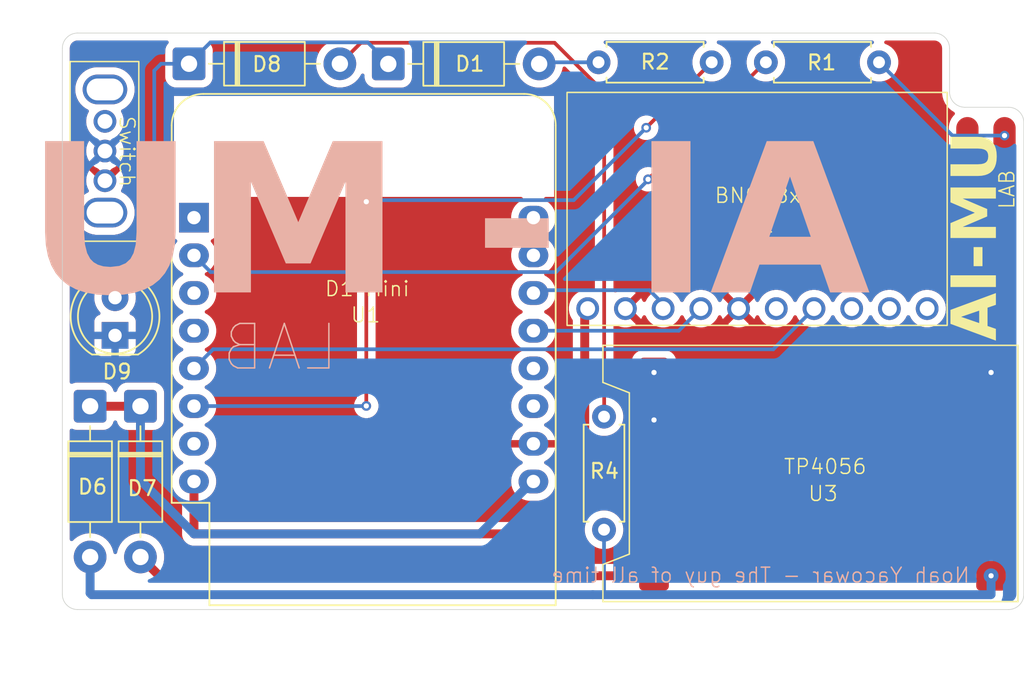
<source format=kicad_pcb>
(kicad_pcb (version 20241229) (generator "pcbnew") (generator_version "9.0")
  (layers (0 "F.Cu" signal) (2 "B.Cu" signal) (13 "F.Paste" user) (15 "B.Paste" user) (5 "F.SilkS" user "F.Silkscreen") (7 "B.SilkS" user "B.Silkscreen") (1 "F.Mask" user) (3 "B.Mask" user) (25 "Edge.Cuts" user))
  (net 0 "")
  (net 1 "Net-(U1-MOSI{slash}D7)")
  (net 2 "GND")
  (net 4 "/INT")
  (net 6 "/SCL")
  (net 9 "Net-(U1-A0)")
  (net 10 "Net-(D1-A)")
  (net 13 "/SDA")
  (net 16 "/IN+")
  (net 17 "+5V")
  (net 18 "/OUT+")
  (net 19 "/GP_LED")
  (net 20 "/B+")
  (net 21 "/SW_GND")
  (net 22 "+3.3V")
  (net 27 "/PWR_LED")
  (footprint "Diode_THT:D_DO-41_SOD81_P10.16mm_Horizontal" (layer "F.Cu") (at 128.3 109.28 -90)
    (property "Reference" "D7" (at 5.53 -0.11 180) (layer "F.SilkS"))
    (property "Value" "1N5817")
    (fp_line (start 1.34 0) (end 2.36 0) (stroke (width 0.12)) (layer "F.SilkS"))
    (fp_line (start 8.82 0) (end 7.8 0) (stroke (width 0.12)) (layer "F.SilkS"))
    (fp_line (start 3.14 -1.47) (end 3.14 1.47) (stroke (width 0.12)) (layer "F.SilkS"))
    (fp_line (start 3.26 -1.47) (end 3.26 1.47) (stroke (width 0.12)) (layer "F.SilkS"))
    (fp_line (start 3.38 -1.47) (end 3.38 1.47) (stroke (width 0.12)) (layer "F.SilkS"))
    (fp_rect (start 2.36 -1.47) (end 7.8 1.47) (stroke (width 0.12)) (fill no) (layer "F.SilkS"))
    (pad "1" thru_hole roundrect (at 0 0 270) (size 2.2 2.2) (drill 1.1) (layers "*.Cu" "*.Mask") (roundrect_rratio 0.113636) (net 17 "+5V"))
    (pad "2" thru_hole circle (at 10.16 0 270) (size 2.2 2.2) (drill 1.1) (layers "*.Cu" "*.Mask") (net 18 "/OUT+"))
  )
  (footprint "Resistor_THT:R_Axial_DIN0207_L6.3mm_D2.5mm_P7.62mm_Horizontal" (layer "F.Cu") (at 166.77 86.1 180)
    (property "Reference" "R2" (at 3.81 0.03 0) (layer "F.SilkS"))
    (property "Value" "200R")
    (fp_line (start 7.08 1.37) (end 7.08 1.04) (stroke (width 0.12)) (layer "F.SilkS"))
    (fp_line (start 7.08 -1.37) (end 7.08 -1.04) (stroke (width 0.12)) (layer "F.SilkS"))
    (fp_line (start 0.54 1.37) (end 7.08 1.37) (stroke (width 0.12)) (layer "F.SilkS"))
    (fp_line (start 0.54 1.04) (end 0.54 1.37) (stroke (width 0.12)) (layer "F.SilkS"))
    (fp_line (start 0.54 -1.04) (end 0.54 -1.37) (stroke (width 0.12)) (layer "F.SilkS"))
    (fp_line (start 0.54 -1.37) (end 7.08 -1.37) (stroke (width 0.12)) (layer "F.SilkS"))
    (pad "1" thru_hole circle (at 0 0 180) (size 1.6 1.6) (drill 0.8) (layers "*.Cu" "*.Mask") (net 1 "Net-(U1-MOSI{slash}D7)"))
    (pad "2" thru_hole circle (at 7.62 0 180) (size 1.6 1.6) (drill 0.8) (layers "*.Cu" "*.Mask") (net 10 "Net-(D1-A)"))
  )
  (footprint "Custom_Footprint_Library:TP4056_Board" (layer "F.Cu") (at 167.065 128.825)
    (property "Reference" "U3" (at 7.205 -13.655 0) (layer "F.SilkS") (effects (font (thickness 0.1))))
    (property "Value" "~" (hide yes))
    (fp_line (start -7.62 -23.65) (end -7.62 -21.15) (stroke (width 0.1)) (layer "F.SilkS"))
    (fp_line (start -7.62 -23.65) (end 20.33 -23.65) (stroke (width 0.1)) (layer "F.SilkS"))
    (fp_line (start -7.62 -21.15) (end -5.84 -20.45) (stroke (width 0.1)) (layer "F.SilkS"))
    (fp_line (start -7.62 -8.88) (end -7.62 -6.38) (stroke (width 0.1)) (layer "F.SilkS"))
    (fp_line (start -7.62 -6.38) (end 20.33 -6.38) (stroke (width 0.1)) (layer "F.SilkS"))
    (fp_line (start -5.84 -20.45) (end -5.84 -9.58) (stroke (width 0.1)) (layer "F.SilkS"))
    (fp_line (start -5.84 -9.58) (end -7.62 -8.88) (stroke (width 0.1)) (layer "F.SilkS"))
    (fp_line (start 20.33 -23.65) (end 20.33 -6.38) (stroke (width 0.1)) (layer "F.SilkS"))
    (fp_text user "TP4056" (at 4.5 -14.89 0) (layer "F.SilkS") (effects (font (thickness 0.1)) (justify left bottom)))
    (pad "1" smd roundrect (at -4.18 -8.12) (size 2 2) (layers "F.Cu" "F.Mask" "F.Paste") (roundrect_rratio 0.15) (net 18 "/OUT+"))
    (pad "2" smd roundrect (at -4.18 -11.32) (size 2 2) (layers "F.Cu" "F.Mask" "F.Paste") (roundrect_rratio 0.15) (net 20 "/B+"))
    (pad "3" smd roundrect (at -4.18 -18.62) (size 2 2) (layers "F.Cu" "F.Mask" "F.Paste") (roundrect_rratio 0.15) (net 2 "GND"))
    (pad "4" smd roundrect (at -4.18 -21.82) (size 2 2) (layers "F.Cu" "F.Mask" "F.Paste") (roundrect_rratio 0.15) (net 2 "GND"))
    (pad "5" smd roundrect (at 18.52 -8.12) (size 2 2) (layers "F.Cu" "F.Mask" "F.Paste") (roundrect_rratio 0.15) (net 16 "/IN+"))
    (pad "6" smd roundrect (at 18.52 -21.82) (size 2 2) (layers "F.Cu" "F.Mask" "F.Paste") (roundrect_rratio 0.15) (net 2 "GND"))
  )
  (footprint "RF_Module:WEMOS_D1_mini_light" (layer "F.Cu") (at 131.905 96.57)
    (property "Reference" "U1" (hide yes))
    (property "Value" "WEMOS_D1_mini" (hide yes))
    (fp_line (start -1.5 19.22) (end -1.5 -6.21) (stroke (width 0.12)) (layer "F.SilkS"))
    (fp_line (start -1.5 19.22) (end 1.04 19.22) (stroke (width 0.12)) (layer "F.SilkS"))
    (fp_line (start 1.04 19.22) (end 1.04 26.12) (stroke (width 0.12)) (layer "F.SilkS"))
    (fp_line (start 1.04 26.12) (end 24.36 26.12) (stroke (width 0.12)) (layer "F.SilkS"))
    (fp_line (start 22.24 -8.34) (end 0.63 -8.34) (stroke (width 0.12)) (layer "F.SilkS"))
    (fp_line (start 24.36 26.12) (end 24.36 -6.21) (stroke (width 0.12)) (layer "F.SilkS"))
    (fp_arc (start -1.5 -6.21) (mid -0.876137 -7.716137) (end 0.63 -8.34) (stroke (width 0.12)) (layer "F.SilkS"))
    (fp_arc (start 22.23 -8.34) (mid 23.736137 -7.716137) (end 24.36 -6.21) (stroke (width 0.12)) (layer "F.SilkS"))
    (fp_poly (pts (xy -2.54 -0.635) (xy -2.54 0.635) (xy -1.905 0)) (stroke (width 0.15)) (fill yes) (layer "F.SilkS"))
    (pad "1" thru_hole rect (at 0 0) (size 2 2) (drill 0.9) (layers "*.Cu" "*.Mask"))
    (pad "2" thru_hole oval (at 0 2.54) (size 2 1.6) (drill 0.9) (layers "*.Cu" "*.Mask") (net 9 "Net-(U1-A0)"))
    (pad "3" thru_hole oval (at 0 5.08) (size 2 1.6) (drill 0.9) (layers "*.Cu" "*.Mask"))
    (pad "4" thru_hole oval (at 0 7.62) (size 2 1.6) (drill 0.9) (layers "*.Cu" "*.Mask"))
    (pad "5" thru_hole oval (at 0 10.16) (size 2 1.6) (drill 0.9) (layers "*.Cu" "*.Mask") (net 4 "/INT"))
    (pad "6" thru_hole oval (at 0 12.7) (size 2 1.6) (drill 0.9) (layers "*.Cu" "*.Mask") (net 1 "Net-(U1-MOSI{slash}D7)"))
    (pad "7" thru_hole oval (at 0 15.24) (size 2 1.6) (drill 0.9) (layers "*.Cu" "*.Mask"))
    (pad "8" thru_hole oval (at 0 17.78) (size 2 1.6) (drill 0.9) (layers "*.Cu" "*.Mask") (net 22 "+3.3V"))
    (pad "9" thru_hole oval (at 22.86 17.78) (size 2 1.6) (drill 0.9) (layers "*.Cu" "*.Mask") (net 17 "+5V"))
    (pad "10" thru_hole oval (at 22.86 15.24) (size 2 1.6) (drill 0.9) (layers "*.Cu" "*.Mask") (net 21 "/SW_GND"))
    (pad "11" thru_hole oval (at 22.86 12.7) (size 2 1.6) (drill 0.9) (layers "*.Cu" "*.Mask"))
    (pad "12" thru_hole oval (at 22.86 10.16) (size 2 1.6) (drill 0.9) (layers "*.Cu" "*.Mask"))
    (pad "13" thru_hole oval (at 22.86 7.62) (size 2 1.6) (drill 0.9) (layers "*.Cu" "*.Mask") (net 13 "/SDA"))
    (pad "14" thru_hole oval (at 22.86 5.08) (size 2 1.6) (drill 0.9) (layers "*.Cu" "*.Mask") (net 6 "/SCL"))
    (pad "15" thru_hole oval (at 22.86 2.54) (size 2 1.6) (drill 0.9) (layers "*.Cu" "*.Mask"))
    (pad "16" thru_hole oval (at 22.86 0) (size 2 1.6) (drill 0.9) (layers "*.Cu" "*.Mask"))
    (zone (net 0) (net_name "") (layers "F.Cu" "B.Cu" "Dwgs.User") (name "No Copper") (connect_pads (clearance 0)) (min_thickness 0.25)
      (keepout (tracks not_allowed) (vias not_allowed) (pads not_allowed) (copperpour not_allowed) (footprints not_allowed))
      (fill (thermal_gap 0.5) (thermal_bridge_width 0.5))
      (polygon (pts (xy 130.555 88.37) (xy 156.155 88.37) (xy 156.155 95.17) (xy 130.555 95.17)))
    )
  )
  (footprint "Diode_THT:D_DO-41_SOD81_P10.16mm_Horizontal" (layer "F.Cu") (at 131.57 86.2)
    (property "Reference" "D8" (at 5.24 0.03 0) (layer "F.SilkS"))
    (property "Value" "1N5817")
    (fp_line (start 1.34 0) (end 2.36 0) (stroke (width 0.12)) (layer "F.SilkS"))
    (fp_line (start 3.14 -1.47) (end 3.14 1.47) (stroke (width 0.12)) (layer "F.SilkS"))
    (fp_line (start 3.26 -1.47) (end 3.26 1.47) (stroke (width 0.12)) (layer "F.SilkS"))
    (fp_line (start 3.38 -1.47) (end 3.38 1.47) (stroke (width 0.12)) (layer "F.SilkS"))
    (fp_line (start 8.82 0) (end 7.8 0) (stroke (width 0.12)) (layer "F.SilkS"))
    (fp_rect (start 2.36 -1.47) (end 7.8 1.47) (stroke (width 0.12)) (fill no) (layer "F.SilkS"))
    (pad "1" thru_hole roundrect (at 0 0) (size 2.2 2.2) (drill 1.1) (layers "*.Cu" "*.Mask") (roundrect_rratio 0.113636) (net 19 "/GP_LED"))
    (pad "2" thru_hole circle (at 10.16 0) (size 2.2 2.2) (drill 1.1) (layers "*.Cu" "*.Mask") (net 27 "/PWR_LED"))
  )
  (footprint "Resistor_THT:R_Axial_DIN0207_L6.3mm_D2.5mm_P7.62mm_Horizontal" (layer "F.Cu") (at 159.52 117.6 90)
    (property "Reference" "R4" (at 3.95 0.02 180) (layer "F.SilkS"))
    (property "Value" "1kR")
    (fp_line (start 7.08 -1.37) (end 7.08 -1.04) (stroke (width 0.12)) (layer "F.SilkS"))
    (fp_line (start 0.54 -1.37) (end 7.08 -1.37) (stroke (width 0.12)) (layer "F.SilkS"))
    (fp_line (start 0.54 -1.04) (end 0.54 -1.37) (stroke (width 0.12)) (layer "F.SilkS"))
    (fp_line (start 0.54 1.04) (end 0.54 1.37) (stroke (width 0.12)) (layer "F.SilkS"))
    (fp_line (start 7.08 1.37) (end 7.08 1.04) (stroke (width 0.12)) (layer "F.SilkS"))
    (fp_line (start 0.54 1.37) (end 7.08 1.37) (stroke (width 0.12)) (layer "F.SilkS"))
    (pad "1" thru_hole circle (at 0 0 90) (size 1.6 1.6) (drill 0.8) (layers "*.Cu" "*.Mask") (net 16 "/IN+"))
    (pad "2" thru_hole circle (at 7.62 0 90) (size 1.6 1.6) (drill 0.8) (layers "*.Cu" "*.Mask") (net 27 "/PWR_LED"))
  )
  (footprint "Custom_Footprint_Library:BNO08x_Board" (layer "F.Cu") (at 158.42 102.7 90)
    (property "Reference" "U2" (at 5.63 11.56 0) (layer "F.SilkS") (effects (font (thickness 0.1))))
    (property "Value" "~")
    (fp_rect (start -1.13 -1.39) (end 14.57 24.21) (stroke (width 0.1)) (fill no) (layer "F.SilkS"))
    (fp_text user "BNO08x" (at 7.04 8.48 0) (layer "F.SilkS") (effects (font (thickness 0.1)) (justify left bottom)))
    (pad "1" thru_hole circle (at 0 0 90) (size 1.53 1.53) (drill 1) (layers "*.Cu" "*.Mask") (net 22 "+3.3V"))
    (pad "2" thru_hole circle (at 0 2.54 90) (size 1.53 1.53) (drill 1) (layers "*.Cu" "*.Mask") (net 21 "/SW_GND"))
    (pad "3" thru_hole circle (at 0 5.08 90) (size 1.53 1.53) (drill 1) (layers "*.Cu" "*.Mask") (net 6 "/SCL"))
    (pad "4" thru_hole circle (at 0 7.62 90) (size 1.53 1.53) (drill 1) (layers "*.Cu" "*.Mask") (net 13 "/SDA"))
    (pad "5" thru_hole circle (at 0 10.16 90) (size 1.53 1.53) (drill 1) (layers "*.Cu" "*.Mask") (net 21 "/SW_GND"))
    (pad "6" thru_hole circle (at 0 12.7 90) (size 1.53 1.53) (drill 1) (layers "*.Cu" "*.Mask"))
    (pad "7" thru_hole circle (at 0 15.24 90) (size 1.53 1.53) (drill 1) (layers "*.Cu" "*.Mask") (net 4 "/INT"))
    (pad "8" thru_hole circle (at 0 17.78 90) (size 1.53 1.53) (drill 1) (layers "*.Cu" "*.Mask"))
    (pad "9" thru_hole circle (at 0 20.32 90) (size 1.53 1.53) (drill 1) (layers "*.Cu" "*.Mask"))
    (pad "10" thru_hole circle (at 0 22.86 90) (size 1.53 1.53) (drill 1) (layers "*.Cu" "*.Mask"))
  )
  (footprint "Diode_THT:D_DO-41_SOD81_P10.16mm_Horizontal" (layer "F.Cu") (at 144.99 86.21)
    (property "Reference" "D1" (at 5.49 0 0) (layer "F.SilkS"))
    (property "Value" "1N5817")
    (fp_line (start 1.34 0) (end 2.36 0) (stroke (width 0.12)) (layer "F.SilkS"))
    (fp_line (start 3.14 -1.47) (end 3.14 1.47) (stroke (width 0.12)) (layer "F.SilkS"))
    (fp_line (start 3.26 -1.47) (end 3.26 1.47) (stroke (width 0.12)) (layer "F.SilkS"))
    (fp_line (start 3.38 -1.47) (end 3.38 1.47) (stroke (width 0.12)) (layer "F.SilkS"))
    (fp_line (start 8.82 0) (end 7.8 0) (stroke (width 0.12)) (layer "F.SilkS"))
    (fp_rect (start 2.36 -1.47) (end 7.8 1.47) (stroke (width 0.12)) (fill no) (layer "F.SilkS"))
    (pad "1" thru_hole roundrect (at 0 0) (size 2.2 2.2) (drill 1.1) (layers "*.Cu" "*.Mask") (roundrect_rratio 0.113636) (net 19 "/GP_LED"))
    (pad "2" thru_hole circle (at 10.16 0) (size 2.2 2.2) (drill 1.1) (layers "*.Cu" "*.Mask") (net 10 "Net-(D1-A)"))
  )
  (footprint "Diode_THT:D_DO-41_SOD81_P10.16mm_Horizontal" (layer "F.Cu") (at 124.91 109.28 -90)
    (property "Reference" "D6" (at 5.43 -0.16 180) (layer "F.SilkS"))
    (property "Value" "1N5817")
    (fp_line (start 1.34 0) (end 2.36 0) (stroke (width 0.12)) (layer "F.SilkS"))
    (fp_line (start 8.82 0) (end 7.8 0) (stroke (width 0.12)) (layer "F.SilkS"))
    (fp_line (start 3.14 -1.47) (end 3.14 1.47) (stroke (width 0.12)) (layer "F.SilkS"))
    (fp_line (start 3.26 -1.47) (end 3.26 1.47) (stroke (width 0.12)) (layer "F.SilkS"))
    (fp_line (start 3.38 -1.47) (end 3.38 1.47) (stroke (width 0.12)) (layer "F.SilkS"))
    (fp_rect (start 2.36 -1.47) (end 7.8 1.47) (stroke (width 0.12)) (fill no) (layer "F.SilkS"))
    (pad "1" thru_hole roundrect (at 0 0 270) (size 2.2 2.2) (drill 1.1) (layers "*.Cu" "*.Mask") (roundrect_rratio 0.113636) (net 17 "+5V"))
    (pad "2" thru_hole circle (at 10.16 0 270) (size 2.2 2.2) (drill 1.1) (layers "*.Cu" "*.Mask") (net 16 "/IN+"))
  )
  (footprint "Resistor_THT:R_Axial_DIN0207_L6.3mm_D2.5mm_P7.62mm_Horizontal" (layer "F.Cu") (at 170.42 86.1)
    (property "Reference" "R1" (at 3.75 0.02 0) (layer "F.SilkS"))
    (property "Value" "180R")
    (fp_line (start 0.54 -1.37) (end 7.08 -1.37) (stroke (width 0.12)) (layer "F.SilkS"))
    (fp_line (start 0.54 -1.04) (end 0.54 -1.37) (stroke (width 0.12)) (layer "F.SilkS"))
    (fp_line (start 0.54 1.04) (end 0.54 1.37) (stroke (width 0.12)) (layer "F.SilkS"))
    (fp_line (start 0.54 1.37) (end 7.08 1.37) (stroke (width 0.12)) (layer "F.SilkS"))
    (fp_line (start 7.08 -1.37) (end 7.08 -1.04) (stroke (width 0.12)) (layer "F.SilkS"))
    (fp_line (start 7.08 1.37) (end 7.08 1.04) (stroke (width 0.12)) (layer "F.SilkS"))
    (pad "1" thru_hole circle (at 0 0) (size 1.6 1.6) (drill 0.8) (layers "*.Cu" "*.Mask") (net 9 "Net-(U1-A0)"))
    (pad "2" thru_hole circle (at 7.62 0) (size 1.6 1.6) (drill 0.8) (layers "*.Cu" "*.Mask") (net 20 "/B+"))
  )
  (footprint "Custom_Footprint_Library:Battery_Connector" (layer "F.Cu") (at 179.49 92.04 -90)
    (property "Reference" "U4" (hide yes))
    (property "Value" "~" (hide yes))
    (pad "1" smd oval (at -1 -7 270) (size 2.5 1.5) (layers "F.Cu" "F.Mask" "F.Paste") (net 20 "/B+"))
    (pad "2" smd oval (at -1 -4.5 270) (size 2.5 1.5) (layers "F.Cu" "F.Mask" "F.Paste") (net 2 "GND"))
  )
  (footprint "Custom_Footprint_Library:SK12DO7_Switch" (layer "F.Cu") (at 124.41 83.58 180)
    (property "Reference" "SW1" (hide yes))
    (property "Value" "SW_SPST")
    (fp_rect (start -3.78 -14.58) (end 0.85 -2.47) (stroke (width 0.1)) (fill no) (layer "F.SilkS"))
    (fp_text user "Switch" (at -2.4 -6.06 270) (layer "F.SilkS") (effects (font (thickness 0.1)) (justify left bottom)))
    (pad "1" thru_hole circle (at -1.5 -8.5 180) (size 1.53 1.53) (drill 1) (layers "*.Cu" "*.Mask") (net 2 "GND"))
    (pad "2" thru_hole circle (at -1.5 -10.5 180) (size 1.53 1.53) (drill 1) (layers "*.Cu" "*.Mask") (net 21 "/SW_GND"))
    (pad "3" thru_hole oval (at -1.5 -12.65 180) (size 3 2) (drill oval 2.47 1.47) (layers "*.Cu" "*.Mask"))
    (pad "4" thru_hole circle (at -1.5 -6.5 180) (size 1.53 1.53) (drill 1) (layers "*.Cu" "*.Mask"))
    (pad "5" thru_hole oval (at -1.5 -4.35 180) (size 3 2) (drill oval 2.47 1.47) (layers "*.Cu" "*.Mask"))
  )
  (footprint "LED_THT:LED_D5.0mm_Clear" (layer "F.Cu") (at 126.59 104.505 90)
    (property "Reference" "D9" (at -2.445 0.13 0) (layer "F.SilkS"))
    (property "Value" "Blue LED")
    (fp_line (start -1.29 -1.545) (end -1.29 1.545) (stroke (width 0.12)) (layer "F.SilkS"))
    (fp_arc (start -1.29 -1.54483) (mid 2.071779 -2.880495) (end 4.26 0) (stroke (width 0.12)) (layer "F.SilkS"))
    (fp_arc (start 4.26 0) (mid 2.071779 2.880495) (end -1.29 1.54483) (stroke (width 0.12)) (layer "F.SilkS"))
    (fp_circle (center 1.27 0) (end 3.77 0) (stroke (width 0.12)) (fill no) (layer "F.SilkS"))
    (pad "1" thru_hole rect (at 0 0 90) (size 1.8 1.8) (drill 0.9) (layers "*.Cu" "*.Mask") (net 2 "GND"))
    (pad "2" thru_hole circle (at 2.54 0 90) (size 1.8 1.8) (drill 0.9) (layers "*.Cu" "*.Mask") (net 19 "/GP_LED"))
  )
  (gr_line (start 124.07 84.13) (end 181.76 84.13) (stroke (width 0.05)) (layer "Edge.Cuts"))
  (gr_arc (start 183.82 89.13) (mid 183.09168 88.82832) (end 182.79 88.1) (stroke (width 0.05)) (layer "Edge.Cuts"))
  (gr_arc (start 123.04 85.16) (mid 123.34168 84.43168) (end 124.07 84.13) (stroke (width 0.05)) (layer "Edge.Cuts"))
  (gr_line (start 123.04 85.16) (end 123.04 121.95) (stroke (width 0.05)) (layer "Edge.Cuts"))
  (gr_arc (start 181.76 84.13) (mid 182.48832 84.43168) (end 182.79 85.16) (stroke (width 0.05)) (layer "Edge.Cuts"))
  (gr_line (start 124.07 122.98) (end 186.76 122.98) (stroke (width 0.05)) (layer "Edge.Cuts"))
  (gr_line (start 182.79 85.16) (end 182.79 88.1) (stroke (width 0.05)) (layer "Edge.Cuts"))
  (gr_arc (start 186.76 89.13) (mid 187.48832 89.43168) (end 187.79 90.16) (stroke (width 0.05)) (layer "Edge.Cuts"))
  (gr_line (start 187.79 90.16) (end 187.79 121.95) (stroke (width 0.05)) (layer "Edge.Cuts"))
  (gr_line (start 183.82 89.13) (end 186.76 89.13) (stroke (width 0.05)) (layer "Edge.Cuts"))
  (gr_arc (start 187.79 121.95) (mid 187.48832 122.67832) (end 186.76 122.98) (stroke (width 0.05)) (layer "Edge.Cuts"))
  (gr_arc (start 124.07 122.98) (mid 123.34168 122.67832) (end 123.04 121.95) (stroke (width 0.05)) (layer "Edge.Cuts"))
  (gr_text "D1 Mini" (at 140.65 101.95 0) (layer "F.SilkS") (effects (font (size 1 1) (thickness 0.1)) (justify left bottom)))
  (gr_text "AI-MU" (at 186.42 104.88 90) (layer "F.SilkS") (effects (font (size 3 3) (thickness 0.2) (bold yes)) (justify left bottom)))
  (gr_text "U1\n" (at 143.46 103.13 0) (layer "F.SilkS") (effects (font (size 1 1) (thickness 0.1))))
  (gr_text "LAB" (at 187.24 96.07 90) (layer "F.SilkS") (effects (font (size 1 1) (thickness 0.1)) (justify left bottom)))
  (gr_text "AI - MU" (at 177.46 103.31 0) (layer "B.SilkS") (effects (font (size 10 10) (thickness 2) (bold yes)) (justify left bottom mirror)))
  (gr_text "Noah Yacowar - The guy of all time" (at 184.22 121.25 0) (layer "B.SilkS") (effects (font (size 1 1) (thickness 0.1)) (justify left bottom mirror)))
  (gr_text "LAB" (at 141.77 107.07 0) (layer "B.SilkS") (effects (font (size 3 3) (thickness 0.1)) (justify left bottom mirror)))
  (segment (start 143.51 95.495) (end 143.51 109.26) (width 0.25) (layer "F.Cu") (net 1))
  (segment (start 166.77 86.1) (end 162.36 90.51) (width 0.25) (layer "F.Cu") (net 1))
  (via (at 143.51 109.26) (size 0.65) (drill 0.35) (layers "F.Cu" "B.Cu") (net 1))
  (via (at 162.36 90.51) (size 0.65) (drill 0.35) (layers "F.Cu" "B.Cu") (net 1))
  (via (at 143.51 95.495) (size 0.65) (drill 0.35) (layers "F.Cu" "B.Cu") (net 1))
  (segment (start 157.48 95.39) (end 143.51 95.39) (width 0.25) (layer "B.Cu") (net 1))
  (segment (start 162.36 90.51) (end 157.48 95.39) (width 0.25) (layer "B.Cu") (net 1))
  (segment (start 143.5 109.27) (end 131.905 109.27) (width 0.25) (layer "B.Cu") (net 1))
  (segment (start 143.51 95.39) (end 143.51 95.495) (width 0.25) (layer "B.Cu") (net 1))
  (segment (start 143.51 109.26) (end 143.5 109.27) (width 0.25) (layer "B.Cu") (net 1))
  (segment (start 183.99 104.04153) (end 177.82653 110.205) (width 1) (layer "F.Cu") (net 2))
  (segment (start 183.99 91.04) (end 183.99 104.04153) (width 1) (layer "F.Cu") (net 2))
  (segment (start 177.82653 110.205) (end 162.885 110.205) (width 1) (layer "F.Cu") (net 2))
  (via (at 162.885 110.205) (size 1) (drill 0.35) (layers "F.Cu" "B.Cu") (net 2))
  (via (at 162.885 107.005) (size 1) (drill 0.35) (layers "F.Cu" "B.Cu") (net 2))
  (via (at 185.585 107.005) (size 1) (drill 0.35) (layers "F.Cu" "B.Cu") (net 2))
  (segment (start 133.195 105.44) (end 131.905 106.73) (width 0.25) (layer "B.Cu") (net 4))
  (segment (start 173.66 102.7) (end 170.92 105.44) (width 0.25) (layer "B.Cu") (net 4))
  (segment (start 170.92 105.44) (end 133.195 105.44) (width 0.25) (layer "B.Cu") (net 4))
  (segment (start 163.5 102.7) (end 163.5 102.38219) (width 0.25) (layer "B.Cu") (net 6))
  (segment (start 163.5 102.38219) (end 162.57781 101.46) (width 0.25) (layer "B.Cu") (net 6))
  (segment (start 154.955 101.46) (end 154.765 101.65) (width 0.25) (layer "B.Cu") (net 6))
  (segment (start 162.57781 101.46) (end 154.955 101.46) (width 0.25) (layer "B.Cu") (net 6))
  (segment (start 170.37 86.1) (end 162.485 93.985) (width 0.25) (layer "F.Cu") (net 9))
  (segment (start 170.42 86.1) (end 170.37 86.1) (width 0.25) (layer "F.Cu") (net 9))
  (via (at 162.485 93.985) (size 0.65) (drill 0.35) (layers "F.Cu" "B.Cu") (net 9))
  (segment (start 133.031 100.236) (end 131.905 99.11) (width 0.25) (layer "B.Cu") (net 9))
  (segment (start 156.284 100.236) (end 133.031 100.236) (width 0.25) (layer "B.Cu") (net 9))
  (segment (start 162.485 93.985) (end 162.485 94.035) (width 0.25) (layer "B.Cu") (net 9))
  (segment (start 162.485 94.035) (end 156.284 100.236) (width 0.25) (layer "B.Cu") (net 9))
  (segment (start 155.21 86.1) (end 155.16 86.15) (width 0.25) (layer "B.Cu") (net 10))
  (segment (start 159.15 86.1) (end 155.21 86.1) (width 0.25) (layer "B.Cu") (net 10))
  (segment (start 166.04 102.7) (end 164.55 104.19) (width 0.25) (layer "B.Cu") (net 13))
  (segment (start 164.55 104.19) (end 154.765 104.19) (width 0.25) (layer "B.Cu") (net 13))
  (via (at 185.585 120.705) (size 1) (drill 0.35) (layers "F.Cu" "B.Cu") (net 16))
  (segment (start 158.76 121.98) (end 159.48 121.98) (width 0.6) (layer "B.Cu") (net 16))
  (segment (start 159.52 117.6) (end 159.52 121.94) (width 0.25) (layer "B.Cu") (net 16))
  (segment (start 125.02 121.98) (end 124.91 121.87) (width 0.6) (layer "B.Cu") (net 16))
  (segment (start 159.48 121.98) (end 185.56 121.98) (width 0.6) (layer "B.Cu") (net 16))
  (segment (start 158.76 121.98) (end 125.02 121.98) (width 0.6) (layer "B.Cu") (net 16))
  (segment (start 124.91 121.87) (end 124.91 119.44) (width 0.6) (layer "B.Cu") (net 16))
  (segment (start 159.52 121.94) (end 159.48 121.98) (width 0.25) (layer "B.Cu") (net 16))
  (segment (start 124.92 119.43) (end 124.91 119.44) (width 0.6) (layer "B.Cu") (net 16))
  (segment (start 185.585 121.955) (end 185.585 120.705) (width 0.6) (layer "B.Cu") (net 16))
  (segment (start 185.56 121.98) (end 185.585 121.955) (width 0.6) (layer "B.Cu") (net 16))
  (segment (start 124.91 109.28) (end 128.3 109.28) (width 0.6) (layer "F.Cu") (net 17))
  (segment (start 131.91 117.88) (end 128.3 114.27) (width 0.6) (layer "B.Cu") (net 17))
  (segment (start 128.3 114.27) (end 128.3 109.28) (width 0.6) (layer "B.Cu") (net 17))
  (segment (start 151.17 117.88) (end 131.91 117.88) (width 0.6) (layer "B.Cu") (net 17))
  (segment (start 154.7 114.35) (end 151.17 117.88) (width 0.6) (layer "B.Cu") (net 17))
  (segment (start 154.765 114.35) (end 154.7 114.35) (width 0.25) (layer "B.Cu") (net 17))
  (segment (start 129.565 120.705) (end 128.3 119.44) (width 0.6) (layer "F.Cu") (net 18))
  (segment (start 162.885 120.705) (end 129.565 120.705) (width 0.6) (layer "F.Cu") (net 18))
  (segment (start 131.57 86.2) (end 129.69 86.2) (width 0.25) (layer "B.Cu") (net 19))
  (segment (start 129.69 86.2) (end 129.23 86.66) (width 0.25) (layer "B.Cu") (net 19))
  (segment (start 129.23 86.66) (end 129.23 99.325) (width 0.25) (layer "B.Cu") (net 19))
  (segment (start 143.606 84.756) (end 133.014 84.756) (width 0.25) (layer "B.Cu") (net 19))
  (segment (start 145 86.15) (end 143.606 84.756) (width 0.25) (layer "B.Cu") (net 19))
  (segment (start 129.23 99.325) (end 126.59 101.965) (width 0.25) (layer "B.Cu") (net 19))
  (segment (start 133.014 84.756) (end 131.57 86.2) (width 0.25) (layer "B.Cu") (net 19))
  (segment (start 186.49 91.04) (end 186.49 103.24) (width 1) (layer "F.Cu") (net 20))
  (segment (start 186.49 103.24) (end 172.225 117.505) (width 1) (layer "F.Cu") (net 20))
  (segment (start 172.225 117.505) (end 162.885 117.505) (width 1) (layer "F.Cu") (net 20))
  (via (at 186.49 91.04) (size 0.65) (drill 0.35) (layers "F.Cu" "B.Cu") (net 20))
  (segment (start 182.98 91.04) (end 178.04 86.1) (width 0.25) (layer "B.Cu") (net 20))
  (segment (start 186.49 91.04) (end 182.98 91.04) (width 0.25) (layer "B.Cu") (net 20))
  (segment (start 156.14 117.88) (end 158.22 115.8) (width 0.6) (layer "F.Cu") (net 22))
  (segment (start 131.905 114.35) (end 131.905 117.88) (width 0.6) (layer "F.Cu") (net 22))
  (segment (start 158.22 115.8) (end 158.22 102.9) (width 0.6) (layer "F.Cu") (net 22))
  (segment (start 131.905 117.88) (end 156.14 117.88) (width 0.6) (layer "F.Cu") (net 22))
  (segment (start 158.22 102.9) (end 158.42 102.7) (width 0.6) (layer "F.Cu") (net 22))
  (segment (start 159.52 109.98) (end 159.529999 109.970001) (width 0.25) (layer "F.Cu") (net 27))
  (segment (start 143.146 84.784) (end 141.73 86.2) (width 0.25) (layer "F.Cu") (net 27))
  (segment (start 159.529999 88.125999) (end 156.188 84.784) (width 0.25) (layer "F.Cu") (net 27))
  (segment (start 156.188 84.784) (end 143.146 84.784) (width 0.25) (layer "F.Cu") (net 27))
  (segment (start 159.529999 90.490001) (end 159.529999 88.125999) (width 0.25) (layer "F.Cu") (net 27))
  (segment (start 159.529999 109.970001) (end 159.529999 90.490001) (width 0.25) (layer "F.Cu") (net 27))
  (zone (net 21) (net_name "/SW_GND") (layer "F.Cu") (priority 1) (connect_pads (clearance 0.5)) (min_thickness 0.25) (fill yes (thermal_gap 0.5) (thermal_bridge_width 0.5))
    (polygon (pts (xy 124.07 84.16) (xy 123.97 84.16) (xy 123.88 84.17) (xy 123.68 84.23) (xy 123.56 84.3) (xy 123.43 84.38) (xy 123.3 84.52) (xy 123.2 84.64) (xy 123.13 84.79) (xy 123.08 84.95) (xy 123.07 85.16) (xy 123.07 122.05) (xy 123.14 122.34) (xy 123.26 122.54) (xy 123.49 122.76) (xy 123.92 122.95) (xy 186.76 122.96) (xy 187.14 122.89) (xy 187.45 122.68) (xy 187.69 122.34) (xy 187.75 122.11) (xy 187.76 90.1) (xy 187.74 89.89) (xy 187.66 89.72) (xy 187.55 89.55) (xy 187.39 89.36) (xy 187.16 89.24) (xy 186.87 89.16) (xy 186.5 89.15) (xy 183.71 89.15) (xy 183.54 89.1) (xy 183.35 89.04) (xy 183.2 88.95) (xy 183.04 88.81) (xy 182.88 88.59) (xy 182.76 88.23) (xy 182.76 85.09) (xy 182.72 84.86) (xy 182.66 84.73) (xy 182.5 84.48) (xy 182.27 84.29) (xy 182.06 84.19) (xy 181.66 84.15)))
  )
  (zone (net 2) (net_name "GND") (layer "B.Cu") (connect_pads (clearance 0.5)) (min_thickness 0.25) (fill yes (thermal_gap 0.5) (thermal_bridge_width 0.5))
    (polygon (pts (xy 124.07 84.16) (xy 123.97 84.16) (xy 123.88 84.17) (xy 123.78 84.2) (xy 123.71 84.22) (xy 123.49 84.33) (xy 123.44 84.38) (xy 123.36 84.45) (xy 123.29 84.52) (xy 123.23 84.61) (xy 123.19 84.68) (xy 123.14 84.78) (xy 123.11 84.87) (xy 123.08 84.97) (xy 123.07 85.07) (xy 123.06 85.16) (xy 123.06 121.94) (xy 123.07 122.05) (xy 123.09 122.17) (xy 123.12 122.28) (xy 123.16 122.37) (xy 123.19 122.43) (xy 123.28 122.57) (xy 123.39 122.69) (xy 123.52 122.79) (xy 123.6 122.84) (xy 123.69 122.88) (xy 123.87 122.94) (xy 123.97 122.95) (xy 186.76 122.96) (xy 186.9 122.95) (xy 187.11 122.89) (xy 187.3 122.8) (xy 187.41 122.72) (xy 187.54 122.58) (xy 187.64 122.43) (xy 187.71 122.27) (xy 187.75 122.11) (xy 187.77 121.95) (xy 187.77 90.2) (xy 187.76 90.1) (xy 187.75 89.99) (xy 187.73 89.88) (xy 187.67 89.73) (xy 187.59 89.6) (xy 187.54 89.52) (xy 187.4 89.38) (xy 187.3 89.31) (xy 187.16 89.24) (xy 187.05 89.2) (xy 186.96 89.18) (xy 186.86 89.16) (xy 186.75 89.15) (xy 183.71 89.15) (xy 183.51 89.11) (xy 183.41 89.07) (xy 183.33 89.03) (xy 183.36 89.05) (xy 183.24 88.98) (xy 183.17 88.93) (xy 183.11 88.88) (xy 182.99 88.76) (xy 182.87 88.55) (xy 182.76 88.23) (xy 182.77 85.16) (xy 182.74 84.96) (xy 182.72 84.86) (xy 182.66 84.72) (xy 182.61 84.62) (xy 182.5 84.48) (xy 182.38 84.36) (xy 182.27 84.29) (xy 182.16 84.23) (xy 182.06 84.19) (xy 181.94 84.16) (xy 181.77 84.15)))
  )
)
</source>
